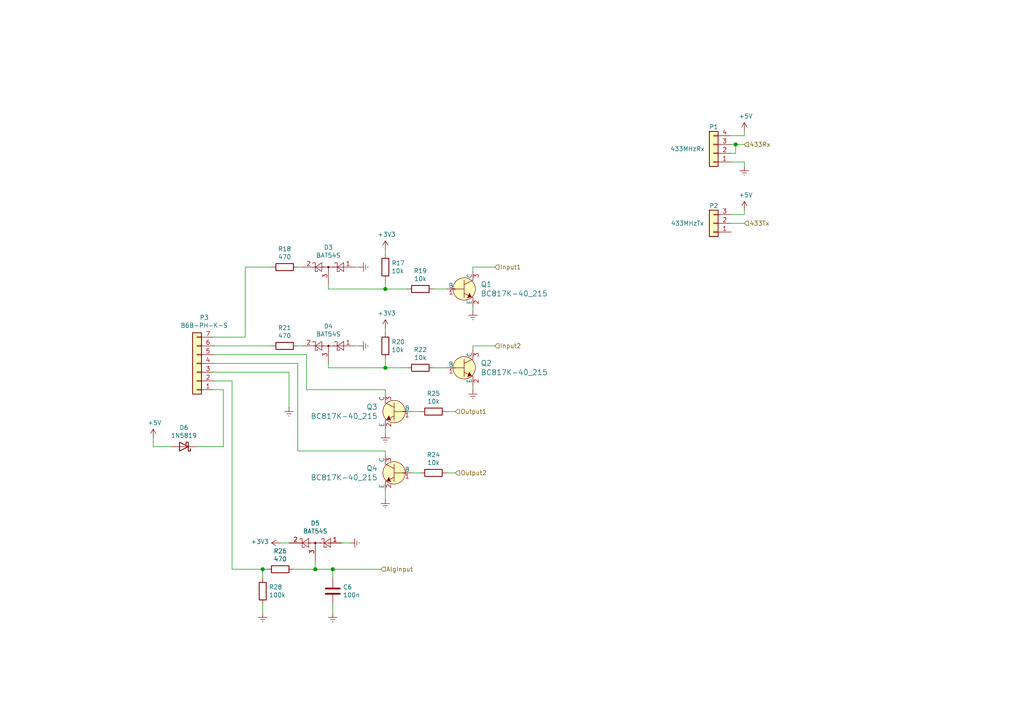
<source format=kicad_sch>
(kicad_sch (version 20210126) (generator eeschema)
  (paper "A4")
  (lib_symbols
    (symbol "Connector_Generic:Conn_01x03" (pin_names (offset 1.016) hide)
      (property "Reference" "J" (at 0 5.08 0))
      (property "Value" "Conn_01x03" (at 0 -5.08 0))
      (symbol "Conn_01x03_1_1"
        (rectangle (start -1.27 -2.413) (end 0 -2.667) (stroke (width 0.1524)))
        (rectangle (start -1.27 2.667) (end 0 2.413) (stroke (width 0.1524)))
        (rectangle (start -1.27 3.81) (end 1.27 -3.81) (stroke (width 0.254)) (fill (type background)))
        (rectangle (start -1.27 0.127) (end 0 -0.127) (stroke (width 0.1524)))
        (pin passive line (at -5.08 2.54 0) (length 3.81) (name "Pin_1") (number "1"))
        (pin passive line (at -5.08 0 0) (length 3.81) (name "Pin_2") (number "2"))
        (pin passive line (at -5.08 -2.54 0) (length 3.81) (name "Pin_3") (number "3"))
      )
    )
    (symbol "Connector_Generic:Conn_01x04" (pin_names (offset 1.016) hide)
      (property "Reference" "J" (at 0 5.08 0))
      (property "Value" "Conn_01x04" (at 0 -7.62 0))
      (symbol "Conn_01x04_1_1"
        (rectangle (start -1.27 -4.953) (end 0 -5.207) (stroke (width 0.1524)))
        (rectangle (start -1.27 -2.413) (end 0 -2.667) (stroke (width 0.1524)))
        (rectangle (start -1.27 2.667) (end 0 2.413) (stroke (width 0.1524)))
        (rectangle (start -1.27 3.81) (end 1.27 -6.35) (stroke (width 0.254)) (fill (type background)))
        (rectangle (start -1.27 0.127) (end 0 -0.127) (stroke (width 0.1524)))
        (pin passive line (at -5.08 2.54 0) (length 3.81) (name "Pin_1") (number "1"))
        (pin passive line (at -5.08 0 0) (length 3.81) (name "Pin_2") (number "2"))
        (pin passive line (at -5.08 -2.54 0) (length 3.81) (name "Pin_3") (number "3"))
        (pin passive line (at -5.08 -5.08 0) (length 3.81) (name "Pin_4") (number "4"))
      )
    )
    (symbol "Connector_Generic:Conn_01x07" (pin_names (offset 1.016) hide)
      (property "Reference" "J" (at 0 10.16 0))
      (property "Value" "Conn_01x07" (at 0 -10.16 0))
      (symbol "Conn_01x07_1_1"
        (rectangle (start -1.27 -4.953) (end 0 -5.207) (stroke (width 0.1524)))
        (rectangle (start -1.27 -7.493) (end 0 -7.747) (stroke (width 0.1524)))
        (rectangle (start -1.27 -2.413) (end 0 -2.667) (stroke (width 0.1524)))
        (rectangle (start -1.27 2.667) (end 0 2.413) (stroke (width 0.1524)))
        (rectangle (start -1.27 5.207) (end 0 4.953) (stroke (width 0.1524)))
        (rectangle (start -1.27 7.747) (end 0 7.493) (stroke (width 0.1524)))
        (rectangle (start -1.27 8.89) (end 1.27 -8.89) (stroke (width 0.254)) (fill (type background)))
        (rectangle (start -1.27 0.127) (end 0 -0.127) (stroke (width 0.1524)))
        (pin passive line (at -5.08 7.62 0) (length 3.81) (name "Pin_1") (number "1"))
        (pin passive line (at -5.08 5.08 0) (length 3.81) (name "Pin_2") (number "2"))
        (pin passive line (at -5.08 2.54 0) (length 3.81) (name "Pin_3") (number "3"))
        (pin passive line (at -5.08 0 0) (length 3.81) (name "Pin_4") (number "4"))
        (pin passive line (at -5.08 -2.54 0) (length 3.81) (name "Pin_5") (number "5"))
        (pin passive line (at -5.08 -5.08 0) (length 3.81) (name "Pin_6") (number "6"))
        (pin passive line (at -5.08 -7.62 0) (length 3.81) (name "Pin_7") (number "7"))
      )
    )
    (symbol "Device:C" (pin_numbers hide) (pin_names (offset 0.254))
      (property "Reference" "C" (at 0.635 2.54 0))
      (property "Value" "C" (at 0.635 -2.54 0))
      (symbol "C_0_1"
        (polyline (pts (xy -2.032 -0.762) (xy 2.032 -0.762)) (stroke (width 0.508)))
        (polyline (pts (xy -2.032 0.762) (xy 2.032 0.762)) (stroke (width 0.508)))
      )
      (symbol "C_1_1"
        (pin passive line (at 0 3.81 270) (length 2.794) (name "~") (number "1"))
        (pin passive line (at 0 -3.81 90) (length 2.794) (name "~") (number "2"))
      )
    )
    (symbol "Device:R" (pin_numbers hide) (pin_names (offset 0))
      (property "Reference" "R" (at 2.032 0 90))
      (property "Value" "R" (at 0 0 90))
      (symbol "R_0_1"
        (rectangle (start -1.016 -2.54) (end 1.016 2.54) (stroke (width 0.254)))
      )
      (symbol "R_1_1"
        (pin passive line (at 0 3.81 270) (length 1.27) (name "~") (number "1"))
        (pin passive line (at 0 -3.81 90) (length 1.27) (name "~") (number "2"))
      )
    )
    (symbol "Diode:1N5819" (pin_numbers hide) (pin_names (offset 1.016) hide)
      (property "Reference" "D" (at 0 2.54 0))
      (property "Value" "1N5819" (at 0 -2.54 0))
      (symbol "1N5819_0_1"
        (polyline (pts (xy 1.27 0) (xy -1.27 0)))
        (polyline (pts (xy 1.27 1.27) (xy 1.27 -1.27) (xy -1.27 0) (xy 1.27 1.27)) (stroke (width 0.254)))
        (polyline (pts (xy -1.905 0.635) (xy -1.905 1.27) (xy -1.27 1.27) (xy -1.27 -1.27) (xy -0.635 -1.27) (xy -0.635 -0.635)) (stroke (width 0.254)))
      )
      (symbol "1N5819_1_1"
        (pin passive line (at -3.81 0 0) (length 2.54) (name "K") (number "1"))
        (pin passive line (at 3.81 0 180) (length 2.54) (name "A") (number "2"))
      )
    )
    (symbol "Diode:BAT54S" (pin_names (offset 1.016))
      (property "Reference" "D" (at 0.635 -3.81 0))
      (property "Value" "BAT54S" (at -6.35 3.175 0))
      (symbol "BAT54S_0_1"
        (circle (center 0 0) (radius 0.254) (fill (type outline)))
        (polyline (pts (xy -3.81 0) (xy -1.27 0)))
        (polyline (pts (xy -3.175 -1.27) (xy -3.175 -1.016)))
        (polyline (pts (xy -2.54 -1.27) (xy -3.175 -1.27)))
        (polyline (pts (xy -2.54 -1.27) (xy -2.54 1.27)))
        (polyline (pts (xy -2.54 1.27) (xy -1.905 1.27)))
        (polyline (pts (xy -1.905 0) (xy 1.905 0)))
        (polyline (pts (xy -1.905 1.27) (xy -1.905 1.016)))
        (polyline (pts (xy 1.27 0) (xy 3.81 0)))
        (polyline (pts (xy 3.175 -1.27) (xy 3.175 -1.016)))
        (polyline (pts (xy 3.81 -1.27) (xy 3.175 -1.27)))
        (polyline (pts (xy 3.81 -1.27) (xy 3.81 1.27)))
        (polyline (pts (xy 3.81 1.27) (xy 4.445 1.27)))
        (polyline (pts (xy 4.445 1.27) (xy 4.445 1.016)))
        (polyline (pts (xy -4.445 1.27) (xy -4.445 -1.27) (xy -2.54 0) (xy -4.445 1.27)))
        (polyline (pts (xy 1.905 1.27) (xy 1.905 -1.27) (xy 3.81 0) (xy 1.905 1.27)))
      )
      (symbol "BAT54S_1_1"
        (pin passive line (at -7.62 0 0) (length 3.81) (name "~") (number "1"))
        (pin passive line (at 7.62 0 180) (length 3.81) (name "~") (number "2"))
        (pin passive line (at 0 -5.08 90) (length 5.08) (name "~") (number "3"))
      )
    )
    (symbol "dk_Transistors-Bipolar-BJT-Single:BC817-40_215" (pin_names (offset 0))
      (property "Reference" "Q" (at -3.2004 4.2164 0))
      (property "Value" "BC817-40_215" (at 5.2324 0 90))
      (symbol "BC817-40_215_0_1"
        (circle (center 0 0) (radius 3.2512) (fill (type background)))
        (polyline (pts (xy -3.81 0) (xy -2.54 0)))
        (polyline (pts (xy -3.556 0) (xy 0 0)))
        (polyline (pts (xy 0 -1.27) (xy 2.54 -2.54)))
        (polyline (pts (xy 0 1.27) (xy 2.54 2.54)))
        (polyline (pts (xy 0 2.54) (xy 0 -2.54)))
        (polyline (pts (xy 1.524 -1.27) (xy 2.032 -2.286) (xy 1.016 -2.54) (xy 1.524 -1.27)) (fill (type outline)))
      )
      (symbol "BC817-40_215_1_1"
        (pin input line (at -5.08 0 0) (length 2.54) (name "B") (number "1"))
        (pin passive line (at 2.54 -5.08 90) (length 2.54) (name "E") (number "2"))
        (pin passive line (at 2.54 5.08 270) (length 2.54) (name "C") (number "3"))
      )
    )
    (symbol "power:+3.3V" (power) (pin_names (offset 0))
      (property "Value" "+3.3V" (at 0 3.556 0))
      (symbol "+3.3V_0_1"
        (polyline (pts (xy -0.762 1.27) (xy 0 2.54)))
        (polyline (pts (xy 0 0) (xy 0 2.54)))
        (polyline (pts (xy 0 2.54) (xy 0.762 1.27)))
      )
      (symbol "+3.3V_1_1"
        (pin power_in line (at 0 0 90) (length 0) hide (name "+3V3") (number "1"))
      )
    )
    (symbol "power:+5V" (power) (pin_names (offset 0))
      (property "Value" "+5V" (at 0 3.556 0))
      (symbol "+5V_0_1"
        (polyline (pts (xy -0.762 1.27) (xy 0 2.54)))
        (polyline (pts (xy 0 0) (xy 0 2.54)))
        (polyline (pts (xy 0 2.54) (xy 0.762 1.27)))
      )
      (symbol "+5V_1_1"
        (pin power_in line (at 0 0 90) (length 0) hide (name "+5V") (number "1"))
      )
    )
    (symbol "power:Earth" (power) (pin_names (offset 0))
      (symbol "Earth_0_1"
        (polyline (pts (xy -0.635 -1.905) (xy 0.635 -1.905)))
        (polyline (pts (xy -0.127 -2.54) (xy 0.127 -2.54)))
        (polyline (pts (xy 0 -1.27) (xy 0 0)))
        (polyline (pts (xy 1.27 -1.27) (xy -1.27 -1.27)))
      )
      (symbol "Earth_1_1"
        (pin power_in line (at 0 0 270) (length 0) hide (name "Earth") (number "1"))
      )
    )
  )
  (junction (at 76.2 165.1) (diameter 1.016))
  (junction (at 91.44 165.1) (diameter 1.016))
  (junction (at 96.52 165.1) (diameter 1.016))
  (junction (at 111.76 83.82) (diameter 1.016))
  (junction (at 111.76 106.68) (diameter 1.016))
  (junction (at 213.36 41.91) (diameter 1.016))
  (wire (pts (xy 44.45 127) (xy 44.45 129.54)))
  (wire (pts (xy 44.45 129.54) (xy 49.53 129.54)))
  (wire (pts (xy 57.15 129.54) (xy 64.77 129.54)))
  (wire (pts (xy 62.23 100.33) (xy 78.74 100.33)))
  (wire (pts (xy 64.77 113.03) (xy 62.23 113.03)))
  (wire (pts (xy 64.77 129.54) (xy 64.77 113.03)))
  (wire (pts (xy 67.31 110.49) (xy 62.23 110.49)))
  (wire (pts (xy 67.31 165.1) (xy 67.31 110.49)))
  (wire (pts (xy 71.12 77.47) (xy 71.12 97.79)))
  (wire (pts (xy 71.12 97.79) (xy 62.23 97.79)))
  (wire (pts (xy 76.2 165.1) (xy 67.31 165.1)))
  (wire (pts (xy 76.2 165.1) (xy 76.2 167.64)))
  (wire (pts (xy 76.2 177.8) (xy 76.2 175.26)))
  (wire (pts (xy 77.47 165.1) (xy 76.2 165.1)))
  (wire (pts (xy 78.74 77.47) (xy 71.12 77.47)))
  (wire (pts (xy 83.82 107.95) (xy 62.23 107.95)))
  (wire (pts (xy 83.82 118.11) (xy 83.82 107.95)))
  (wire (pts (xy 83.82 157.48) (xy 81.28 157.48)))
  (wire (pts (xy 86.36 105.41) (xy 62.23 105.41)))
  (wire (pts (xy 86.36 130.81) (xy 86.36 105.41)))
  (wire (pts (xy 86.36 130.81) (xy 111.76 130.81)))
  (wire (pts (xy 87.63 77.47) (xy 86.36 77.47)))
  (wire (pts (xy 87.63 100.33) (xy 86.36 100.33)))
  (wire (pts (xy 88.9 102.87) (xy 62.23 102.87)))
  (wire (pts (xy 88.9 113.03) (xy 88.9 102.87)))
  (wire (pts (xy 91.44 162.56) (xy 91.44 165.1)))
  (wire (pts (xy 91.44 165.1) (xy 85.09 165.1)))
  (wire (pts (xy 95.25 83.82) (xy 95.25 82.55)))
  (wire (pts (xy 95.25 106.68) (xy 95.25 105.41)))
  (wire (pts (xy 96.52 165.1) (xy 91.44 165.1)))
  (wire (pts (xy 96.52 167.64) (xy 96.52 165.1)))
  (wire (pts (xy 96.52 177.8) (xy 96.52 175.26)))
  (wire (pts (xy 101.6 157.48) (xy 99.06 157.48)))
  (wire (pts (xy 102.87 77.47) (xy 104.14 77.47)))
  (wire (pts (xy 102.87 100.33) (xy 104.14 100.33)))
  (wire (pts (xy 110.49 165.1) (xy 96.52 165.1)))
  (wire (pts (xy 111.76 73.66) (xy 111.76 72.39)))
  (wire (pts (xy 111.76 83.82) (xy 95.25 83.82)))
  (wire (pts (xy 111.76 83.82) (xy 111.76 81.28)))
  (wire (pts (xy 111.76 96.52) (xy 111.76 95.25)))
  (wire (pts (xy 111.76 106.68) (xy 95.25 106.68)))
  (wire (pts (xy 111.76 106.68) (xy 111.76 104.14)))
  (wire (pts (xy 111.76 113.03) (xy 88.9 113.03)))
  (wire (pts (xy 111.76 114.3) (xy 111.76 113.03)))
  (wire (pts (xy 111.76 125.73) (xy 111.76 124.46)))
  (wire (pts (xy 111.76 132.08) (xy 111.76 130.81)))
  (wire (pts (xy 111.76 144.78) (xy 111.76 142.24)))
  (wire (pts (xy 118.11 83.82) (xy 111.76 83.82)))
  (wire (pts (xy 118.11 106.68) (xy 111.76 106.68)))
  (wire (pts (xy 121.92 119.38) (xy 119.38 119.38)))
  (wire (pts (xy 121.92 137.16) (xy 119.38 137.16)))
  (wire (pts (xy 129.54 83.82) (xy 125.73 83.82)))
  (wire (pts (xy 129.54 106.68) (xy 125.73 106.68)))
  (wire (pts (xy 132.08 119.38) (xy 129.54 119.38)))
  (wire (pts (xy 132.08 137.16) (xy 129.54 137.16)))
  (wire (pts (xy 137.16 77.47) (xy 137.16 78.74)))
  (wire (pts (xy 137.16 88.9) (xy 137.16 90.17)))
  (wire (pts (xy 137.16 100.33) (xy 137.16 101.6)))
  (wire (pts (xy 137.16 111.76) (xy 137.16 113.03)))
  (wire (pts (xy 143.51 77.47) (xy 137.16 77.47)))
  (wire (pts (xy 143.51 100.33) (xy 137.16 100.33)))
  (wire (pts (xy 212.09 39.37) (xy 215.9 39.37)))
  (wire (pts (xy 213.36 41.91) (xy 212.09 41.91)))
  (wire (pts (xy 213.36 41.91) (xy 213.36 44.45)))
  (wire (pts (xy 213.36 44.45) (xy 212.09 44.45)))
  (wire (pts (xy 215.9 39.37) (xy 215.9 38.1)))
  (wire (pts (xy 215.9 41.91) (xy 213.36 41.91)))
  (wire (pts (xy 215.9 46.99) (xy 212.09 46.99)))
  (wire (pts (xy 215.9 48.26) (xy 215.9 46.99)))
  (wire (pts (xy 215.9 60.96) (xy 215.9 62.23)))
  (wire (pts (xy 215.9 62.23) (xy 212.09 62.23)))
  (wire (pts (xy 215.9 64.77) (xy 212.09 64.77)))
  (hierarchical_label "AlgInput" (shape input) (at 110.49 165.1 0))
  (hierarchical_label "Output1" (shape input) (at 132.08 119.38 0))
  (hierarchical_label "Output2" (shape input) (at 132.08 137.16 0))
  (hierarchical_label "Input1" (shape input) (at 143.51 77.47 0))
  (hierarchical_label "Input2" (shape input) (at 143.51 100.33 0))
  (hierarchical_label "433Rx" (shape input) (at 215.9 41.91 0))
  (hierarchical_label "433Tx" (shape input) (at 215.9 64.77 0))
  (symbol (lib_id "power:+5V") (at 44.45 127 0) (unit 1)
    (property "Reference" "#PWR0172" (effects hide))
    (property "Value" "+5V" (at 44.831 122.6058 0))
  )
  (symbol (lib_id "power:+3.3V") (at 81.28 157.48 90) (unit 1)
    (property "Reference" "#PWR0173" (effects hide))
    (property "Value" "+3.3V" (at 78.0288 157.099 90) (effects (justify left)))
  )
  (symbol (lib_id "power:+3.3V") (at 111.76 72.39 0) (unit 1)
    (property "Reference" "#PWR0164" (effects hide))
    (property "Value" "+3.3V" (at 112.141 67.9958 0))
  )
  (symbol (lib_id "power:+3.3V") (at 111.76 95.25 0) (unit 1)
    (property "Reference" "#PWR0167" (effects hide))
    (property "Value" "+3.3V" (at 112.141 90.8558 0))
  )
  (symbol (lib_id "power:+5V") (at 215.9 38.1 0) (unit 1)
    (property "Reference" "#PWR0160" (effects hide))
    (property "Value" "+5V" (at 216.281 33.7058 0))
  )
  (symbol (lib_id "power:+5V") (at 215.9 60.96 0) (unit 1)
    (property "Reference" "#PWR0161" (effects hide))
    (property "Value" "+5V" (at 216.281 56.5658 0))
  )
  (symbol (lib_id "power:Earth") (at 76.2 177.8 0) (unit 1)
    (property "Reference" "#PWR0176" (effects hide))
    (property "Value" "Earth" (effects hide))
  )
  (symbol (lib_id "power:Earth") (at 83.82 118.11 0) (unit 1)
    (property "Reference" "#PWR0171" (effects hide))
    (property "Value" "Earth" (effects hide))
  )
  (symbol (lib_id "power:Earth") (at 96.52 177.8 0) (unit 1)
    (property "Reference" "#PWR0175" (effects hide))
    (property "Value" "Earth" (effects hide))
  )
  (symbol (lib_id "power:Earth") (at 101.6 157.48 90) (unit 1)
    (property "Reference" "#PWR0174" (effects hide))
    (property "Value" "Earth" (effects hide))
  )
  (symbol (lib_id "power:Earth") (at 104.14 77.47 90) (unit 1)
    (property "Reference" "#PWR0165" (effects hide))
    (property "Value" "Earth" (effects hide))
  )
  (symbol (lib_id "power:Earth") (at 104.14 100.33 90) (unit 1)
    (property "Reference" "#PWR0168" (effects hide))
    (property "Value" "Earth" (effects hide))
  )
  (symbol (lib_id "power:Earth") (at 111.76 125.73 0) (unit 1)
    (property "Reference" "#PWR0170" (effects hide))
    (property "Value" "Earth" (effects hide))
  )
  (symbol (lib_id "power:Earth") (at 111.76 144.78 0) (unit 1)
    (property "Reference" "#PWR0169" (effects hide))
    (property "Value" "Earth" (effects hide))
  )
  (symbol (lib_id "power:Earth") (at 137.16 90.17 0) (unit 1)
    (property "Reference" "#PWR0163" (effects hide))
    (property "Value" "Earth" (effects hide))
  )
  (symbol (lib_id "power:Earth") (at 137.16 113.03 0) (unit 1)
    (property "Reference" "#PWR0166" (effects hide))
    (property "Value" "Earth" (effects hide))
  )
  (symbol (lib_id "power:Earth") (at 215.9 48.26 0) (unit 1)
    (property "Reference" "#PWR0162" (effects hide))
    (property "Value" "Earth" (effects hide))
  )
  (symbol (lib_id "Device:R") (at 76.2 171.45 0) (unit 1)
    (property "Reference" "R28" (at 77.978 170.2816 0) (effects (justify left)))
    (property "Value" "100k" (at 77.978 172.593 0) (effects (justify left)))
    (property "Footprint" "Resistor_SMD:R_0805_2012Metric_Pad1.20x1.40mm_HandSolder" (effects hide))
  )
  (symbol (lib_id "Device:R") (at 81.28 165.1 270) (unit 1)
    (property "Reference" "R26" (at 81.28 159.8422 90))
    (property "Value" "470" (at 81.28 162.1536 90))
    (property "Footprint" "Resistor_SMD:R_0805_2012Metric_Pad1.20x1.40mm_HandSolder" (effects hide))
  )
  (symbol (lib_id "Device:R") (at 82.55 77.47 270) (unit 1)
    (property "Reference" "R18" (at 82.55 72.2122 90))
    (property "Value" "470" (at 82.55 74.5236 90))
    (property "Footprint" "Resistor_SMD:R_0805_2012Metric_Pad1.20x1.40mm_HandSolder" (effects hide))
  )
  (symbol (lib_id "Device:R") (at 82.55 100.33 270) (unit 1)
    (property "Reference" "R21" (at 82.55 95.0722 90))
    (property "Value" "470" (at 82.55 97.3836 90))
    (property "Footprint" "Resistor_SMD:R_0805_2012Metric_Pad1.20x1.40mm_HandSolder" (effects hide))
  )
  (symbol (lib_id "Device:R") (at 111.76 77.47 180) (unit 1)
    (property "Reference" "R17" (at 113.538 76.3016 0) (effects (justify right)))
    (property "Value" "10k" (at 113.538 78.613 0) (effects (justify right)))
    (property "Footprint" "Resistor_SMD:R_0805_2012Metric_Pad1.20x1.40mm_HandSolder" (effects hide))
  )
  (symbol (lib_id "Device:R") (at 111.76 100.33 180) (unit 1)
    (property "Reference" "R20" (at 113.538 99.1616 0) (effects (justify right)))
    (property "Value" "10k" (at 113.538 101.473 0) (effects (justify right)))
    (property "Footprint" "Resistor_SMD:R_0805_2012Metric_Pad1.20x1.40mm_HandSolder" (effects hide))
  )
  (symbol (lib_id "Device:R") (at 121.92 83.82 90) (unit 1)
    (property "Reference" "R19" (at 121.92 78.5622 90))
    (property "Value" "10k" (at 121.92 80.8736 90))
    (property "Footprint" "Resistor_SMD:R_0805_2012Metric_Pad1.20x1.40mm_HandSolder" (effects hide))
  )
  (symbol (lib_id "Device:R") (at 121.92 106.68 270) (unit 1)
    (property "Reference" "R22" (at 121.92 101.4222 90))
    (property "Value" "10k" (at 121.92 103.7336 90))
    (property "Footprint" "Resistor_SMD:R_0805_2012Metric_Pad1.20x1.40mm_HandSolder" (effects hide))
  )
  (symbol (lib_id "Device:R") (at 125.73 119.38 270) (unit 1)
    (property "Reference" "R25" (at 125.73 114.1222 90))
    (property "Value" "10k" (at 125.73 116.4336 90))
    (property "Footprint" "Resistor_SMD:R_0805_2012Metric_Pad1.20x1.40mm_HandSolder" (effects hide))
  )
  (symbol (lib_id "Device:R") (at 125.73 137.16 270) (unit 1)
    (property "Reference" "R24" (at 125.73 131.9022 90))
    (property "Value" "10k" (at 125.73 134.2136 90))
    (property "Footprint" "Resistor_SMD:R_0805_2012Metric_Pad1.20x1.40mm_HandSolder" (effects hide))
  )
  (symbol (lib_id "Diode:1N5819") (at 53.34 129.54 180) (unit 1)
    (property "Reference" "D6" (at 53.34 124.0282 0))
    (property "Value" "1N5819" (at 53.34 126.3396 0))
    (property "Footprint" "Diode_SMD:D_SOD-123F" (effects hide))
    (property "Datasheet" "http://www.vishay.com/docs/88525/1n5817.pdf" (effects hide))
  )
  (symbol (lib_id "Device:C") (at 96.52 171.45 0) (unit 1)
    (property "Reference" "C6" (at 99.441 170.2816 0) (effects (justify left)))
    (property "Value" "100n" (at 99.441 172.593 0) (effects (justify left)))
    (property "Footprint" "Capacitor_SMD:C_0805_2012Metric_Pad1.18x1.45mm_HandSolder" (effects hide))
  )
  (symbol (lib_id "Connector_Generic:Conn_01x03") (at 207.01 64.77 180) (unit 1)
    (property "Reference" "P2" (at 207.01 59.69 0))
    (property "Value" "433MHzTx" (at 199.39 64.77 0))
    (property "Footprint" "Connector_PinHeader_2.00mm:PinHeader_1x03_P2.00mm_Vertical" (effects hide))
  )
  (symbol (lib_id "Connector_Generic:Conn_01x04") (at 207.01 44.45 180) (unit 1)
    (property "Reference" "P1" (at 207.01 36.83 0))
    (property "Value" "433MHzRx" (at 199.39 43.18 0))
    (property "Footprint" "Connector_PinHeader_2.00mm:PinHeader_1x04_P2.00mm_Vertical" (effects hide))
  )
  (symbol (lib_id "dk_Transistors-Bipolar-BJT-Single:BC817-40_215") (at 114.3 119.38 0) (mirror y) (unit 1)
    (property "Reference" "Q3" (at 109.5502 118.0338 0) (effects (font (size 1.524 1.524)) (justify left)))
    (property "Value" "BC817K-40_215" (at 109.5502 120.7262 0) (effects (font (size 1.524 1.524)) (justify left)))
    (property "Footprint" "digikey-footprints:SOT-23-3" (effects hide))
    (property "Datasheet" "https://assets.nexperia.com/documents/data-sheet/BC817K_SER.pdf" (effects hide))
  )
  (symbol (lib_id "dk_Transistors-Bipolar-BJT-Single:BC817-40_215") (at 114.3 137.16 0) (mirror y) (unit 1)
    (property "Reference" "Q4" (at 109.5502 135.8138 0) (effects (font (size 1.524 1.524)) (justify left)))
    (property "Value" "BC817K-40_215" (at 109.5502 138.5062 0) (effects (font (size 1.524 1.524)) (justify left)))
    (property "Footprint" "digikey-footprints:SOT-23-3" (effects hide))
    (property "Datasheet" "https://assets.nexperia.com/documents/data-sheet/BC817K_SER.pdf" (effects hide))
  )
  (symbol (lib_id "dk_Transistors-Bipolar-BJT-Single:BC817-40_215") (at 134.62 83.82 0) (unit 1)
    (property "Reference" "Q1" (at 139.3952 82.4738 0) (effects (font (size 1.524 1.524)) (justify left)))
    (property "Value" "BC817K-40_215" (at 139.3952 85.1662 0) (effects (font (size 1.524 1.524)) (justify left)))
    (property "Footprint" "digikey-footprints:SOT-23-3" (effects hide))
    (property "Datasheet" "https://assets.nexperia.com/documents/data-sheet/BC817K_SER.pdf" (effects hide))
  )
  (symbol (lib_id "dk_Transistors-Bipolar-BJT-Single:BC817-40_215") (at 134.62 106.68 0) (unit 1)
    (property "Reference" "Q2" (at 139.3952 105.3338 0) (effects (font (size 1.524 1.524)) (justify left)))
    (property "Value" "BC817K-40_215" (at 139.3952 108.0262 0) (effects (font (size 1.524 1.524)) (justify left)))
    (property "Footprint" "digikey-footprints:SOT-23-3" (effects hide))
    (property "Datasheet" "https://assets.nexperia.com/documents/data-sheet/BC817K_SER.pdf" (effects hide))
  )
  (symbol (lib_id "Diode:BAT54S") (at 91.44 157.48 0) (mirror y) (unit 1)
    (property "Reference" "D5" (at 91.44 151.765 0))
    (property "Value" "BAT54S" (at 91.44 154.0764 0))
    (property "Footprint" "Package_TO_SOT_SMD:SOT-23" (effects hide))
    (property "Datasheet" "https://www.diodes.com/assets/Datasheets/ds11005.pdf" (effects hide))
  )
  (symbol (lib_id "Diode:BAT54S") (at 95.25 77.47 0) (mirror y) (unit 1)
    (property "Reference" "D3" (at 95.25 71.755 0))
    (property "Value" "BAT54S" (at 95.25 74.0664 0))
    (property "Footprint" "Package_TO_SOT_SMD:SOT-23" (effects hide))
    (property "Datasheet" "https://www.diodes.com/assets/Datasheets/ds11005.pdf" (effects hide))
  )
  (symbol (lib_id "Diode:BAT54S") (at 95.25 100.33 0) (mirror y) (unit 1)
    (property "Reference" "D4" (at 95.25 94.615 0))
    (property "Value" "BAT54S" (at 95.25 96.9264 0))
    (property "Footprint" "Package_TO_SOT_SMD:SOT-23" (effects hide))
    (property "Datasheet" "https://www.diodes.com/assets/Datasheets/ds11005.pdf" (effects hide))
  )
  (symbol (lib_id "Connector_Generic:Conn_01x07") (at 57.15 105.41 180) (unit 1)
    (property "Reference" "P3" (at 59.2328 92.075 0))
    (property "Value" "B6B-PH-K-S" (at 59.2328 94.3864 0))
    (property "Footprint" "Connector_PinHeader_2.00mm:PinHeader_1x07_P2.00mm_Vertical" (effects hide))
  )
)
</source>
